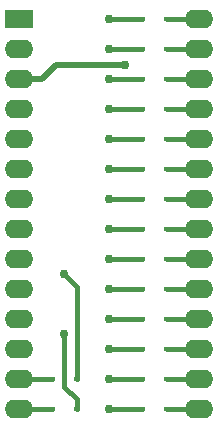
<source format=gtl>
%TF.GenerationSoftware,KiCad,Pcbnew,(6.0.1)*%
%TF.CreationDate,2022-01-21T00:47:32+01:00*%
%TF.ProjectId,bosch-kf163-diode-pll,626f7363-682d-46b6-9631-36332d64696f,2*%
%TF.SameCoordinates,Original*%
%TF.FileFunction,Copper,L1,Top*%
%TF.FilePolarity,Positive*%
%FSLAX46Y46*%
G04 Gerber Fmt 4.6, Leading zero omitted, Abs format (unit mm)*
G04 Created by KiCad (PCBNEW (6.0.1)) date 2022-01-21 00:47:32*
%MOMM*%
%LPD*%
G01*
G04 APERTURE LIST*
%TA.AperFunction,SMDPad,CuDef*%
%ADD10R,0.600000X0.450000*%
%TD*%
%TA.AperFunction,ComponentPad*%
%ADD11R,2.400000X1.600000*%
%TD*%
%TA.AperFunction,ComponentPad*%
%ADD12O,2.400000X1.600000*%
%TD*%
%TA.AperFunction,ViaPad*%
%ADD13C,0.750000*%
%TD*%
%TA.AperFunction,Conductor*%
%ADD14C,0.400000*%
%TD*%
%TA.AperFunction,Conductor*%
%ADD15C,0.500000*%
%TD*%
G04 APERTURE END LIST*
D10*
%TO.P,D2,1,K*%
%TO.N,Net-(D2-Pad1)*%
X128490000Y-68580000D03*
%TO.P,D2,2,A*%
%TO.N,Net-(D2-Pad2)*%
X130590000Y-68580000D03*
%TD*%
%TO.P,D1,1,K*%
%TO.N,Net-(D1-Pad1)*%
X128490000Y-66040000D03*
%TO.P,D1,2,A*%
%TO.N,Net-(D1-Pad2)*%
X130590000Y-66040000D03*
%TD*%
%TO.P,D10,1,K*%
%TO.N,Net-(D10-Pad1)*%
X128490000Y-88900000D03*
%TO.P,D10,2,A*%
%TO.N,Net-(D10-Pad2)*%
X130590000Y-88900000D03*
%TD*%
%TO.P,D14,1,K*%
%TO.N,Net-(D14-Pad1)*%
X128490000Y-99060000D03*
%TO.P,D14,2,A*%
%TO.N,Net-(D14-Pad2)*%
X130590000Y-99060000D03*
%TD*%
%TO.P,D4,1,K*%
%TO.N,Net-(D4-Pad1)*%
X128490000Y-73660000D03*
%TO.P,D4,2,A*%
%TO.N,Net-(D4-Pad2)*%
X130590000Y-73660000D03*
%TD*%
%TO.P,D8,1,K*%
%TO.N,Net-(D8-Pad1)*%
X128490000Y-83820000D03*
%TO.P,D8,2,A*%
%TO.N,Net-(D8-Pad2)*%
X130590000Y-83820000D03*
%TD*%
%TO.P,D12,1,K*%
%TO.N,Net-(D12-Pad1)*%
X128490000Y-93980000D03*
%TO.P,D12,2,A*%
%TO.N,Net-(D12-Pad2)*%
X130590000Y-93980000D03*
%TD*%
%TO.P,D5,1,K*%
%TO.N,Net-(D5-Pad1)*%
X128490000Y-76200000D03*
%TO.P,D5,2,A*%
%TO.N,Net-(D5-Pad2)*%
X130590000Y-76200000D03*
%TD*%
%TO.P,D15,1,K*%
%TO.N,Net-(D15-Pad1)*%
X122970000Y-99060000D03*
%TO.P,D15,2,A*%
%TO.N,Net-(D15-Pad2)*%
X120870000Y-99060000D03*
%TD*%
%TO.P,D16,1,K*%
%TO.N,Net-(D16-Pad1)*%
X122970000Y-96520000D03*
%TO.P,D16,2,A*%
%TO.N,Net-(D16-Pad2)*%
X120870000Y-96520000D03*
%TD*%
D11*
%TO.P,U1,1,GND*%
%TO.N,GND*%
X118130000Y-66040000D03*
D12*
%TO.P,U1,2,AR*%
%TO.N,Net-(JP1-Pad3)*%
X118130000Y-68580000D03*
%TO.P,U1,3,AT*%
%TO.N,Net-(JP1-Pad1)*%
X118130000Y-71120000D03*
%TO.P,U1,4,BR*%
%TO.N,unconnected-(U1-Pad4)*%
X118130000Y-73660000D03*
%TO.P,U1,5,BT*%
%TO.N,unconnected-(U1-Pad5)*%
X118130000Y-76200000D03*
%TO.P,U1,6,CR*%
%TO.N,unconnected-(U1-Pad6)*%
X118130000Y-78740000D03*
%TO.P,U1,7,CT*%
%TO.N,unconnected-(U1-Pad7)*%
X118130000Y-81280000D03*
%TO.P,U1,8,DR*%
%TO.N,unconnected-(U1-Pad8)*%
X118130000Y-83820000D03*
%TO.P,U1,9,DT*%
%TO.N,unconnected-(U1-Pad9)*%
X118130000Y-86360000D03*
%TO.P,U1,10,ER*%
%TO.N,unconnected-(U1-Pad10)*%
X118130000Y-88900000D03*
%TO.P,U1,11,ET*%
%TO.N,unconnected-(U1-Pad11)*%
X118130000Y-91440000D03*
%TO.P,U1,12,T*%
%TO.N,unconnected-(U1-Pad12)*%
X118130000Y-93980000D03*
%TO.P,U1,13,1*%
%TO.N,Net-(D16-Pad2)*%
X118130000Y-96520000D03*
%TO.P,U1,14,2*%
%TO.N,Net-(D15-Pad2)*%
X118130000Y-99060000D03*
%TO.P,U1,15,4*%
%TO.N,Net-(D14-Pad2)*%
X133370000Y-99060000D03*
%TO.P,U1,16,8*%
%TO.N,Net-(D13-Pad2)*%
X133370000Y-96520000D03*
%TO.P,U1,17,16*%
%TO.N,Net-(D12-Pad2)*%
X133370000Y-93980000D03*
%TO.P,U1,18,32*%
%TO.N,Net-(D11-Pad2)*%
X133370000Y-91440000D03*
%TO.P,U1,19,64*%
%TO.N,Net-(D10-Pad2)*%
X133370000Y-88900000D03*
%TO.P,U1,20,H*%
%TO.N,Net-(D9-Pad2)*%
X133370000Y-86360000D03*
%TO.P,U1,21,G*%
%TO.N,Net-(D8-Pad2)*%
X133370000Y-83820000D03*
%TO.P,U1,22,F*%
%TO.N,Net-(D7-Pad2)*%
X133370000Y-81280000D03*
%TO.P,U1,23,E*%
%TO.N,Net-(D6-Pad2)*%
X133370000Y-78740000D03*
%TO.P,U1,24,D*%
%TO.N,Net-(D5-Pad2)*%
X133370000Y-76200000D03*
%TO.P,U1,25,C*%
%TO.N,Net-(D4-Pad2)*%
X133370000Y-73660000D03*
%TO.P,U1,26,B*%
%TO.N,Net-(D3-Pad2)*%
X133370000Y-71120000D03*
%TO.P,U1,27,A*%
%TO.N,Net-(D2-Pad2)*%
X133370000Y-68580000D03*
%TO.P,U1,28,STEPSIZE*%
%TO.N,Net-(D1-Pad2)*%
X133370000Y-66040000D03*
%TD*%
D10*
%TO.P,D7,1,K*%
%TO.N,Net-(D7-Pad1)*%
X128490000Y-81280000D03*
%TO.P,D7,2,A*%
%TO.N,Net-(D7-Pad2)*%
X130590000Y-81280000D03*
%TD*%
%TO.P,D9,1,K*%
%TO.N,Net-(D9-Pad1)*%
X128490000Y-86360000D03*
%TO.P,D9,2,A*%
%TO.N,Net-(D9-Pad2)*%
X130590000Y-86360000D03*
%TD*%
%TO.P,D6,1,K*%
%TO.N,Net-(D6-Pad1)*%
X128490000Y-78740000D03*
%TO.P,D6,2,A*%
%TO.N,Net-(D6-Pad2)*%
X130590000Y-78740000D03*
%TD*%
%TO.P,D3,1,K*%
%TO.N,Net-(D3-Pad1)*%
X128490000Y-71120000D03*
%TO.P,D3,2,A*%
%TO.N,Net-(D3-Pad2)*%
X130590000Y-71120000D03*
%TD*%
%TO.P,D13,1,K*%
%TO.N,Net-(D13-Pad1)*%
X128510000Y-96520000D03*
%TO.P,D13,2,A*%
%TO.N,Net-(D13-Pad2)*%
X130610000Y-96520000D03*
%TD*%
%TO.P,D11,1,K*%
%TO.N,Net-(D11-Pad1)*%
X128490000Y-91440000D03*
%TO.P,D11,2,A*%
%TO.N,Net-(D11-Pad2)*%
X130590000Y-91440000D03*
%TD*%
D13*
%TO.N,Net-(D1-Pad1)*%
X125730000Y-66040000D03*
%TO.N,Net-(D2-Pad1)*%
X125730000Y-68580000D03*
%TO.N,Net-(D3-Pad1)*%
X125730000Y-71120000D03*
%TO.N,Net-(D4-Pad1)*%
X125730000Y-73660000D03*
%TO.N,Net-(D5-Pad1)*%
X125730000Y-76200000D03*
%TO.N,Net-(D6-Pad1)*%
X125730000Y-78740000D03*
%TO.N,Net-(D7-Pad1)*%
X125730000Y-81280000D03*
%TO.N,Net-(D8-Pad1)*%
X125730000Y-83820000D03*
%TO.N,Net-(D9-Pad1)*%
X125730000Y-86360000D03*
%TO.N,Net-(D10-Pad1)*%
X125730000Y-88900000D03*
%TO.N,Net-(D11-Pad1)*%
X125730000Y-91440000D03*
%TO.N,Net-(D12-Pad1)*%
X125730000Y-93980000D03*
%TO.N,Net-(D13-Pad1)*%
X125730000Y-96520000D03*
%TO.N,Net-(D14-Pad1)*%
X125730000Y-99060000D03*
%TO.N,Net-(D15-Pad1)*%
X121920000Y-92710000D03*
%TO.N,Net-(D16-Pad1)*%
X121920000Y-87630000D03*
%TO.N,Net-(JP1-Pad1)*%
X127030000Y-69880000D03*
%TD*%
D14*
%TO.N,Net-(D1-Pad1)*%
X128490000Y-66040000D02*
X125730000Y-66040000D01*
%TO.N,Net-(D1-Pad2)*%
X130590000Y-66040000D02*
X133370000Y-66040000D01*
%TO.N,Net-(D2-Pad1)*%
X128490000Y-68580000D02*
X125730000Y-68580000D01*
%TO.N,Net-(D2-Pad2)*%
X130590000Y-68580000D02*
X133370000Y-68580000D01*
%TO.N,Net-(D3-Pad1)*%
X128490000Y-71120000D02*
X125730000Y-71120000D01*
%TO.N,Net-(D3-Pad2)*%
X130590000Y-71120000D02*
X133370000Y-71120000D01*
%TO.N,Net-(D4-Pad1)*%
X128490000Y-73660000D02*
X125730000Y-73660000D01*
%TO.N,Net-(D4-Pad2)*%
X130590000Y-73660000D02*
X133370000Y-73660000D01*
%TO.N,Net-(D5-Pad1)*%
X128490000Y-76200000D02*
X125730000Y-76200000D01*
%TO.N,Net-(D5-Pad2)*%
X130590000Y-76200000D02*
X133370000Y-76200000D01*
%TO.N,Net-(D6-Pad1)*%
X128490000Y-78740000D02*
X125730000Y-78740000D01*
%TO.N,Net-(D6-Pad2)*%
X130590000Y-78740000D02*
X133370000Y-78740000D01*
%TO.N,Net-(D7-Pad1)*%
X128490000Y-81280000D02*
X125730000Y-81280000D01*
%TO.N,Net-(D7-Pad2)*%
X130590000Y-81280000D02*
X133370000Y-81280000D01*
%TO.N,Net-(D8-Pad1)*%
X128490000Y-83820000D02*
X125730000Y-83820000D01*
%TO.N,Net-(D8-Pad2)*%
X130590000Y-83820000D02*
X133370000Y-83820000D01*
%TO.N,Net-(D9-Pad1)*%
X128490000Y-86360000D02*
X125730000Y-86360000D01*
%TO.N,Net-(D9-Pad2)*%
X130590000Y-86360000D02*
X133370000Y-86360000D01*
%TO.N,Net-(D10-Pad1)*%
X128490000Y-88900000D02*
X125730000Y-88900000D01*
%TO.N,Net-(D10-Pad2)*%
X130590000Y-88900000D02*
X133370000Y-88900000D01*
%TO.N,Net-(D11-Pad1)*%
X128490000Y-91440000D02*
X125730000Y-91440000D01*
%TO.N,Net-(D11-Pad2)*%
X130590000Y-91440000D02*
X133370000Y-91440000D01*
%TO.N,Net-(D12-Pad1)*%
X128490000Y-93980000D02*
X125730000Y-93980000D01*
%TO.N,Net-(D12-Pad2)*%
X130590000Y-93980000D02*
X133370000Y-93980000D01*
%TO.N,Net-(D13-Pad1)*%
X128510000Y-96520000D02*
X125730000Y-96520000D01*
%TO.N,Net-(D13-Pad2)*%
X130610000Y-96520000D02*
X133370000Y-96520000D01*
%TO.N,Net-(D14-Pad1)*%
X128490000Y-99060000D02*
X125730000Y-99060000D01*
%TO.N,Net-(D14-Pad2)*%
X130590000Y-99060000D02*
X133370000Y-99060000D01*
%TO.N,Net-(D15-Pad1)*%
X121920000Y-97155000D02*
X122970000Y-98205000D01*
X121920000Y-92710000D02*
X121920000Y-97155000D01*
X122970000Y-98205000D02*
X122970000Y-99060000D01*
%TO.N,Net-(D15-Pad2)*%
X120870000Y-99060000D02*
X118130000Y-99060000D01*
%TO.N,Net-(D16-Pad1)*%
X121920000Y-87630000D02*
X122970000Y-88680000D01*
X122970000Y-88680000D02*
X122970000Y-96520000D01*
%TO.N,Net-(D16-Pad2)*%
X120870000Y-96520000D02*
X118130000Y-96520000D01*
D15*
%TO.N,Net-(JP1-Pad1)*%
X120015000Y-71120000D02*
X121255000Y-69880000D01*
X118130000Y-71120000D02*
X120015000Y-71120000D01*
X121255000Y-69880000D02*
X127030000Y-69880000D01*
%TD*%
M02*

</source>
